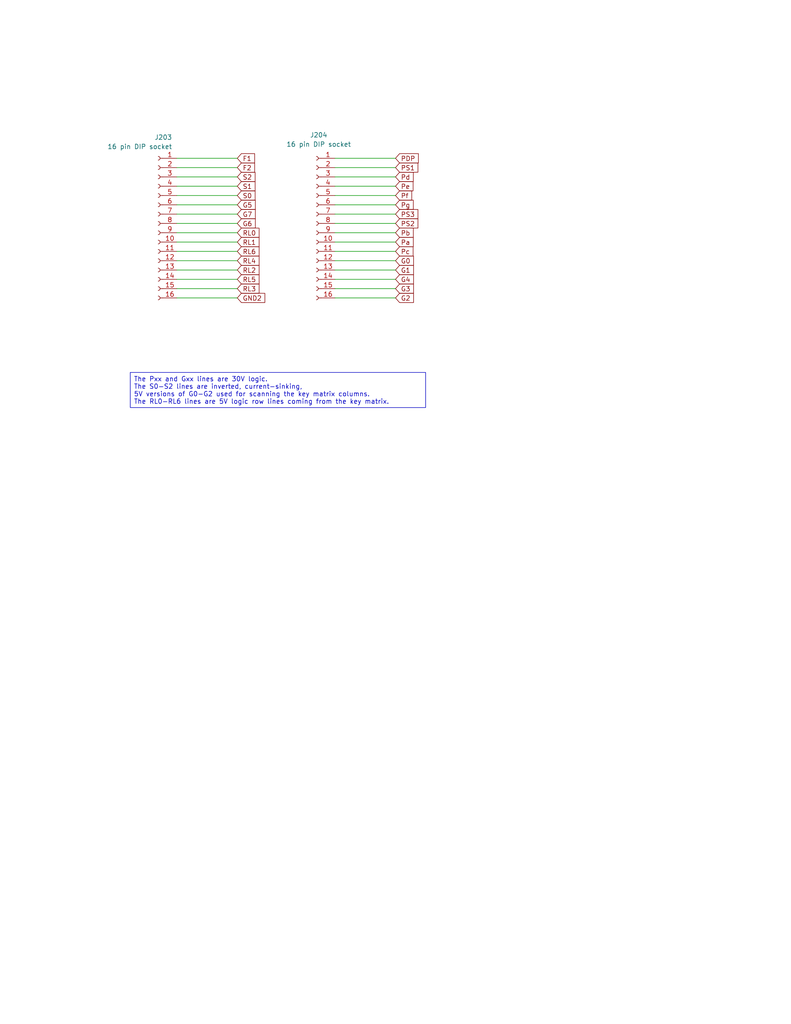
<source format=kicad_sch>
(kicad_sch (version 20231120) (generator "eeschema") (generator_version "8.0")
  (paper "USLetter" portrait)
  (title_block (title "Fluke 884x Display/Keypad/Continuity Buzzer") (date "2024-09-27") (rev "1") (company "Ned Konz"))
  (lib_symbols
    (symbol "Connector:Conn_01x16_Socket" (pin_names (offset 1.016) hide)
      (property "Reference" "J" (at 0 20.32 0))
      (property "Value" "Conn_01x16_Socket" (at 0 -22.86 0))
      (symbol "Conn_01x16_Socket_1_1"
        (arc (start 0 -19.812) (mid -0.5058 -20.32) (end 0 -20.828) (stroke (width 0.1524)))
        (arc (start 0 -17.272) (mid -0.5058 -17.78) (end 0 -18.288) (stroke (width 0.1524)))
        (arc (start 0 -14.732) (mid -0.5058 -15.24) (end 0 -15.748) (stroke (width 0.1524)))
        (arc (start 0 -12.192) (mid -0.5058 -12.7) (end 0 -13.208) (stroke (width 0.1524)))
        (arc (start 0 -9.652) (mid -0.5058 -10.16) (end 0 -10.668) (stroke (width 0.1524)))
        (arc (start 0 -7.112) (mid -0.5058 -7.62) (end 0 -8.128) (stroke (width 0.1524)))
        (arc (start 0 -4.572) (mid -0.5058 -5.08) (end 0 -5.588) (stroke (width 0.1524)))
        (arc (start 0 -2.032) (mid -0.5058 -2.54) (end 0 -3.048) (stroke (width 0.1524)))
        (polyline (pts (xy -1.27 -20.32) (xy -0.508 -20.32)) (stroke (width 0.1524)))
        (polyline (pts (xy -1.27 -17.78) (xy -0.508 -17.78)) (stroke (width 0.1524)))
        (polyline (pts (xy -1.27 -15.24) (xy -0.508 -15.24)) (stroke (width 0.1524)))
        (polyline (pts (xy -1.27 -12.7) (xy -0.508 -12.7)) (stroke (width 0.1524)))
        (polyline (pts (xy -1.27 -10.16) (xy -0.508 -10.16)) (stroke (width 0.1524)))
        (polyline (pts (xy -1.27 -7.62) (xy -0.508 -7.62)) (stroke (width 0.1524)))
        (polyline (pts (xy -1.27 -5.08) (xy -0.508 -5.08)) (stroke (width 0.1524)))
        (polyline (pts (xy -1.27 -2.54) (xy -0.508 -2.54)) (stroke (width 0.1524)))
        (polyline (pts (xy -1.27 0) (xy -0.508 0)) (stroke (width 0.1524)))
        (polyline (pts (xy -1.27 2.54) (xy -0.508 2.54)) (stroke (width 0.1524)))
        (polyline (pts (xy -1.27 5.08) (xy -0.508 5.08)) (stroke (width 0.1524)))
        (polyline (pts (xy -1.27 7.62) (xy -0.508 7.62)) (stroke (width 0.1524)))
        (polyline (pts (xy -1.27 10.16) (xy -0.508 10.16)) (stroke (width 0.1524)))
        (polyline (pts (xy -1.27 12.7) (xy -0.508 12.7)) (stroke (width 0.1524)))
        (polyline (pts (xy -1.27 15.24) (xy -0.508 15.24)) (stroke (width 0.1524)))
        (polyline (pts (xy -1.27 17.78) (xy -0.508 17.78)) (stroke (width 0.1524)))
        (arc (start 0 0.508) (mid -0.5058 0) (end 0 -0.508) (stroke (width 0.1524)))
        (arc (start 0 3.048) (mid -0.5058 2.54) (end 0 2.032) (stroke (width 0.1524)))
        (arc (start 0 5.588) (mid -0.5058 5.08) (end 0 4.572) (stroke (width 0.1524)))
        (arc (start 0 8.128) (mid -0.5058 7.62) (end 0 7.112) (stroke (width 0.1524)))
        (arc (start 0 10.668) (mid -0.5058 10.16) (end 0 9.652) (stroke (width 0.1524)))
        (arc (start 0 13.208) (mid -0.5058 12.7) (end 0 12.192) (stroke (width 0.1524)))
        (arc (start 0 15.748) (mid -0.5058 15.24) (end 0 14.732) (stroke (width 0.1524)))
        (arc (start 0 18.288) (mid -0.5058 17.78) (end 0 17.272) (stroke (width 0.1524)))
        (pin passive line (at -5.08 17.78 0) (length 3.81) (name "Pin_1") (number "1"))
        (pin passive line (at -5.08 -5.08 0) (length 3.81) (name "Pin_10") (number "10"))
        (pin passive line (at -5.08 -7.62 0) (length 3.81) (name "Pin_11") (number "11"))
        (pin passive line (at -5.08 -10.16 0) (length 3.81) (name "Pin_12") (number "12"))
        (pin passive line (at -5.08 -12.7 0) (length 3.81) (name "Pin_13") (number "13"))
        (pin passive line (at -5.08 -15.24 0) (length 3.81) (name "Pin_14") (number "14"))
        (pin passive line (at -5.08 -17.78 0) (length 3.81) (name "Pin_15") (number "15"))
        (pin passive line (at -5.08 -20.32 0) (length 3.81) (name "Pin_16") (number "16"))
        (pin passive line (at -5.08 15.24 0) (length 3.81) (name "Pin_2") (number "2"))
        (pin passive line (at -5.08 12.7 0) (length 3.81) (name "Pin_3") (number "3"))
        (pin passive line (at -5.08 10.16 0) (length 3.81) (name "Pin_4") (number "4"))
        (pin passive line (at -5.08 7.62 0) (length 3.81) (name "Pin_5") (number "5"))
        (pin passive line (at -5.08 5.08 0) (length 3.81) (name "Pin_6") (number "6"))
        (pin passive line (at -5.08 2.54 0) (length 3.81) (name "Pin_7") (number "7"))
        (pin passive line (at -5.08 0 0) (length 3.81) (name "Pin_8") (number "8"))
        (pin passive line (at -5.08 -2.54 0) (length 3.81) (name "Pin_9") (number "9"))
      )
    )
  )
  (wire (pts (xy 48.26 48.26) (xy 64.77 48.26)))
  (wire (pts (xy 48.26 43.18) (xy 64.77 43.18)))
  (wire (pts (xy 48.26 55.88) (xy 64.77 55.88)))
  (wire (pts (xy 91.44 53.34) (xy 107.95 53.34)))
  (wire (pts (xy 91.44 71.12) (xy 107.95 71.12)))
  (wire (pts (xy 48.26 66.04) (xy 64.77 66.04)))
  (wire (pts (xy 91.44 76.2) (xy 107.95 76.2)))
  (wire (pts (xy 48.26 73.66) (xy 64.77 73.66)))
  (wire (pts (xy 48.26 76.2) (xy 64.77 76.2)))
  (wire (pts (xy 91.44 68.58) (xy 107.95 68.58)))
  (wire (pts (xy 48.26 45.72) (xy 64.77 45.72)))
  (wire (pts (xy 91.44 60.96) (xy 107.95 60.96)))
  (wire (pts (xy 48.26 50.8) (xy 64.77 50.8)))
  (wire (pts (xy 48.26 53.34) (xy 64.77 53.34)))
  (wire (pts (xy 91.44 50.8) (xy 107.95 50.8)))
  (wire (pts (xy 91.44 48.26) (xy 107.95 48.26)))
  (wire (pts (xy 91.44 73.66) (xy 107.95 73.66)))
  (wire (pts (xy 48.26 71.12) (xy 64.77 71.12)))
  (wire (pts (xy 91.44 63.5) (xy 107.95 63.5)))
  (wire (pts (xy 91.44 55.88) (xy 107.95 55.88)))
  (wire (pts (xy 91.44 78.74) (xy 107.95 78.74)))
  (wire (pts (xy 91.44 81.28) (xy 107.95 81.28)))
  (wire (pts (xy 48.26 78.74) (xy 64.77 78.74)))
  (wire (pts (xy 91.44 58.42) (xy 107.95 58.42)))
  (wire (pts (xy 91.44 66.04) (xy 107.95 66.04)))
  (wire (pts (xy 48.26 58.42) (xy 64.77 58.42)))
  (wire (pts (xy 91.44 45.72) (xy 107.95 45.72)))
  (wire (pts (xy 91.44 43.18) (xy 107.95 43.18)))
  (wire (pts (xy 48.26 68.58) (xy 64.77 68.58)))
  (wire (pts (xy 48.26 63.5) (xy 64.77 63.5)))
  (wire (pts (xy 48.26 81.28) (xy 64.77 81.28)))
  (wire (pts (xy 48.26 60.96) (xy 64.77 60.96)))
  (text_box "The Pxx and Gxx lines are 30V logic.\nThe S0-S2 lines are inverted, current-sinking,\n5V versions of G0-G2 used for scanning the key matrix columns.\nThe RL0-RL6 lines are 5V logic row lines coming from the key matrix." (at 35.56 101.6 0) (size 80.6117 9.5868) (effects (font (size 1.27 1.27)) (justify left bottom)))
  (global_label "PS2" (shape input) (at 107.95 60.96 0) (property "Intersheetrefs" "${INTERSHEET_REFS}" (effects (hide yes))))
  (global_label "G5" (shape input) (at 64.77 55.88 0) (property "Intersheetrefs" "${INTERSHEET_REFS}" (effects (hide yes))))
  (global_label "G2" (shape input) (at 107.95 81.28 0) (property "Intersheetrefs" "${INTERSHEET_REFS}" (effects (hide yes))))
  (global_label "F2" (shape input) (at 64.77 45.72 0) (property "Intersheetrefs" "${INTERSHEET_REFS}" (effects (hide yes))))
  (global_label "PDP" (shape input) (at 107.95 43.18 0) (property "Intersheetrefs" "${INTERSHEET_REFS}" (effects (hide yes))))
  (global_label "Pe" (shape input) (at 107.95 50.8 0) (property "Intersheetrefs" "${INTERSHEET_REFS}" (effects (hide yes))))
  (global_label "RL5" (shape input) (at 64.77 76.2 0) (property "Intersheetrefs" "${INTERSHEET_REFS}" (effects (hide yes))))
  (global_label "RL1" (shape input) (at 64.77 66.04 0) (property "Intersheetrefs" "${INTERSHEET_REFS}" (effects (hide yes))))
  (global_label "Pb" (shape input) (at 107.95 63.5 0) (property "Intersheetrefs" "${INTERSHEET_REFS}" (effects (hide yes))))
  (global_label "RL3" (shape input) (at 64.77 78.74 0) (property "Intersheetrefs" "${INTERSHEET_REFS}" (effects (hide yes))))
  (global_label "Pf" (shape input) (at 107.95 53.34 0) (property "Intersheetrefs" "${INTERSHEET_REFS}" (effects (hide yes))))
  (global_label "PS1" (shape input) (at 107.95 45.72 0) (property "Intersheetrefs" "${INTERSHEET_REFS}" (effects (hide yes))))
  (global_label "RL4" (shape input) (at 64.77 71.12 0) (property "Intersheetrefs" "${INTERSHEET_REFS}" (effects (hide yes))))
  (global_label "G7" (shape input) (at 64.77 58.42 0) (property "Intersheetrefs" "${INTERSHEET_REFS}" (effects (hide yes))))
  (global_label "Pc" (shape input) (at 107.95 68.58 0) (property "Intersheetrefs" "${INTERSHEET_REFS}" (effects (hide yes))))
  (global_label "S1" (shape input) (at 64.77 50.8 0) (property "Intersheetrefs" "${INTERSHEET_REFS}" (effects (hide yes))))
  (global_label "G3" (shape input) (at 107.95 78.74 0) (property "Intersheetrefs" "${INTERSHEET_REFS}" (effects (hide yes))))
  (global_label "G1" (shape input) (at 107.95 73.66 0) (property "Intersheetrefs" "${INTERSHEET_REFS}" (effects (hide yes))))
  (global_label "F1" (shape input) (at 64.77 43.18 0) (property "Intersheetrefs" "${INTERSHEET_REFS}" (effects (hide yes))))
  (global_label "S0" (shape input) (at 64.77 53.34 0) (property "Intersheetrefs" "${INTERSHEET_REFS}" (effects (hide yes))))
  (global_label "Pd" (shape input) (at 107.95 48.26 0) (property "Intersheetrefs" "${INTERSHEET_REFS}" (effects (hide yes))))
  (global_label "RL6" (shape input) (at 64.77 68.58 0) (property "Intersheetrefs" "${INTERSHEET_REFS}" (effects (hide yes))))
  (global_label "RL0" (shape input) (at 64.77 63.5 0) (property "Intersheetrefs" "${INTERSHEET_REFS}" (effects (hide yes))))
  (global_label "S2" (shape input) (at 64.77 48.26 0) (property "Intersheetrefs" "${INTERSHEET_REFS}" (effects (hide yes))))
  (global_label "G4" (shape input) (at 107.95 76.2 0) (property "Intersheetrefs" "${INTERSHEET_REFS}" (effects (hide yes))))
  (global_label "G6" (shape input) (at 64.77 60.96 0) (property "Intersheetrefs" "${INTERSHEET_REFS}" (effects (hide yes))))
  (global_label "G0" (shape input) (at 107.95 71.12 0) (property "Intersheetrefs" "${INTERSHEET_REFS}" (effects (hide yes))))
  (global_label "PS3" (shape input) (at 107.95 58.42 0) (property "Intersheetrefs" "${INTERSHEET_REFS}" (effects (hide yes))))
  (global_label "RL2" (shape input) (at 64.77 73.66 0) (property "Intersheetrefs" "${INTERSHEET_REFS}" (effects (hide yes))))
  (global_label "Pg" (shape input) (at 107.95 55.88 0) (property "Intersheetrefs" "${INTERSHEET_REFS}" (effects (hide yes))))
  (global_label "Pa" (shape input) (at 107.95 66.04 0) (property "Intersheetrefs" "${INTERSHEET_REFS}" (effects (hide yes))))
  (global_label "GND2" (shape input) (at 64.77 81.28 0) (property "Intersheetrefs" "${INTERSHEET_REFS}" (effects (hide yes))))
  (symbol (lib_id "Connector:Conn_01x16_Socket") (at 86.36 60.96 0) (mirror y) (unit 1)
    (property "Reference" "J204" (at 86.995 36.83 0))
    (property "Value" "16 pin DIP socket" (at 86.995 39.37 0))
    (property "Footprint" "Package_DIP:DIP-16_W7.62mm_Socket" (effects (hide yes)))
    (property "LCSC" "C157594" (effects (hide yes)))
  )
  (symbol (lib_id "Connector:Conn_01x16_Socket") (at 43.18 60.96 0) (mirror y) (unit 1)
    (property "Reference" "J203" (at 46.99 37.465 0) (effects (justify left)))
    (property "Value" "16 pin DIP socket" (at 46.99 40.005 0) (effects (justify left)))
    (property "Footprint" "Package_DIP:DIP-16_W7.62mm_Socket" (effects (hide yes)))
    (property "LCSC" "C157594" (effects (hide yes)))
  )
)
</source>
